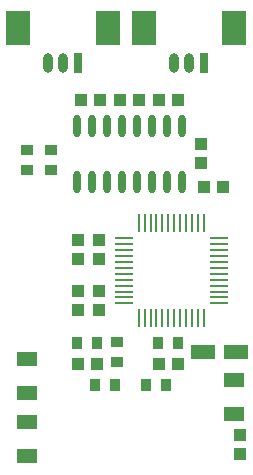
<source format=gtp>
%FSLAX44Y44*%
%MOMM*%
G71*
G01*
G75*
G04 Layer_Color=8421504*
%ADD10C,0.2540*%
%ADD11C,0.3810*%
%ADD12C,0.5080*%
%ADD13R,0.9000X1.0000*%
%ADD14R,2.1000X3.0000*%
%ADD15R,0.8000X1.7000*%
%ADD16O,0.8000X1.7000*%
%ADD17R,1.0000X0.9000*%
%ADD18R,1.0000X1.0000*%
%ADD19O,0.6000X1.9000*%
%ADD20R,1.0000X1.0000*%
%ADD21R,1.8000X1.3000*%
%ADD22O,1.5500X0.2500*%
%ADD23O,0.2500X1.5500*%
%ADD24R,2.0000X1.2000*%
%ADD25C,0.7620*%
%ADD26C,1.2700*%
%ADD27C,0.8890*%
%ADD28C,1.6000*%
%ADD29O,1.4000X3.8000*%
%ADD30O,1.5240X2.0320*%
%ADD31C,1.5000*%
%ADD32C,0.7000*%
%ADD33C,1.2000*%
%ADD34C,0.4000*%
%ADD35C,0.2500*%
%ADD36C,0.2000*%
%ADD37C,0.6000*%
%ADD38C,0.1016*%
D13*
X140580Y71120D02*
D03*
X123580D02*
D03*
X97400D02*
D03*
X80400D02*
D03*
X133740Y106680D02*
D03*
X150740D02*
D03*
X82160D02*
D03*
X65160D02*
D03*
D14*
X15465Y372890D02*
D03*
X91215D02*
D03*
X122145D02*
D03*
X197895D02*
D03*
D15*
X65715Y343390D02*
D03*
X172395D02*
D03*
D16*
X53215D02*
D03*
X40715D02*
D03*
X159895D02*
D03*
X147395D02*
D03*
D17*
X43180Y270120D02*
D03*
Y253120D02*
D03*
X22860Y270120D02*
D03*
Y253120D02*
D03*
X99060Y107560D02*
D03*
Y90560D02*
D03*
D18*
X84200Y312420D02*
D03*
X68200D02*
D03*
X150240D02*
D03*
X134240D02*
D03*
X172340Y238760D02*
D03*
X188340D02*
D03*
X101220Y312420D02*
D03*
X117220D02*
D03*
X150240Y88900D02*
D03*
X134240D02*
D03*
X81660D02*
D03*
X65660D02*
D03*
D19*
X64770Y243200D02*
D03*
X77470D02*
D03*
X90170D02*
D03*
X102870D02*
D03*
X115570D02*
D03*
X128270D02*
D03*
X140970D02*
D03*
X153670D02*
D03*
X64770Y290200D02*
D03*
X77470D02*
D03*
X90170D02*
D03*
X102870D02*
D03*
X115570D02*
D03*
X128270D02*
D03*
X140970D02*
D03*
X153670D02*
D03*
D20*
X66040Y193420D02*
D03*
Y177420D02*
D03*
Y134240D02*
D03*
Y150240D02*
D03*
X170180Y258700D02*
D03*
Y274700D02*
D03*
X83820Y177420D02*
D03*
Y193420D02*
D03*
Y134240D02*
D03*
Y150240D02*
D03*
X203200Y28320D02*
D03*
Y12320D02*
D03*
D21*
X22860Y93240D02*
D03*
Y64240D02*
D03*
X22860Y39900D02*
D03*
Y10900D02*
D03*
X198120Y75460D02*
D03*
Y46460D02*
D03*
D22*
X104530Y140140D02*
D03*
Y145140D02*
D03*
Y150140D02*
D03*
Y155140D02*
D03*
Y160140D02*
D03*
Y165140D02*
D03*
Y170140D02*
D03*
Y175140D02*
D03*
Y180140D02*
D03*
Y185140D02*
D03*
Y190140D02*
D03*
Y195140D02*
D03*
X185030D02*
D03*
Y190140D02*
D03*
Y185140D02*
D03*
Y180140D02*
D03*
Y175140D02*
D03*
Y170140D02*
D03*
Y165140D02*
D03*
Y160140D02*
D03*
Y155140D02*
D03*
Y150140D02*
D03*
Y145140D02*
D03*
Y140140D02*
D03*
D23*
X117280Y207890D02*
D03*
X122280D02*
D03*
X127280D02*
D03*
X132280D02*
D03*
X137280D02*
D03*
X142280D02*
D03*
X147280D02*
D03*
X152280D02*
D03*
X157280D02*
D03*
X162280D02*
D03*
X167280D02*
D03*
X172280D02*
D03*
Y127390D02*
D03*
X167280D02*
D03*
X162280D02*
D03*
X157280D02*
D03*
X152280D02*
D03*
X147280D02*
D03*
X142280D02*
D03*
X137280D02*
D03*
X132280D02*
D03*
X127280D02*
D03*
X122280D02*
D03*
X117280D02*
D03*
D24*
X171420Y99060D02*
D03*
X199420D02*
D03*
M02*

</source>
